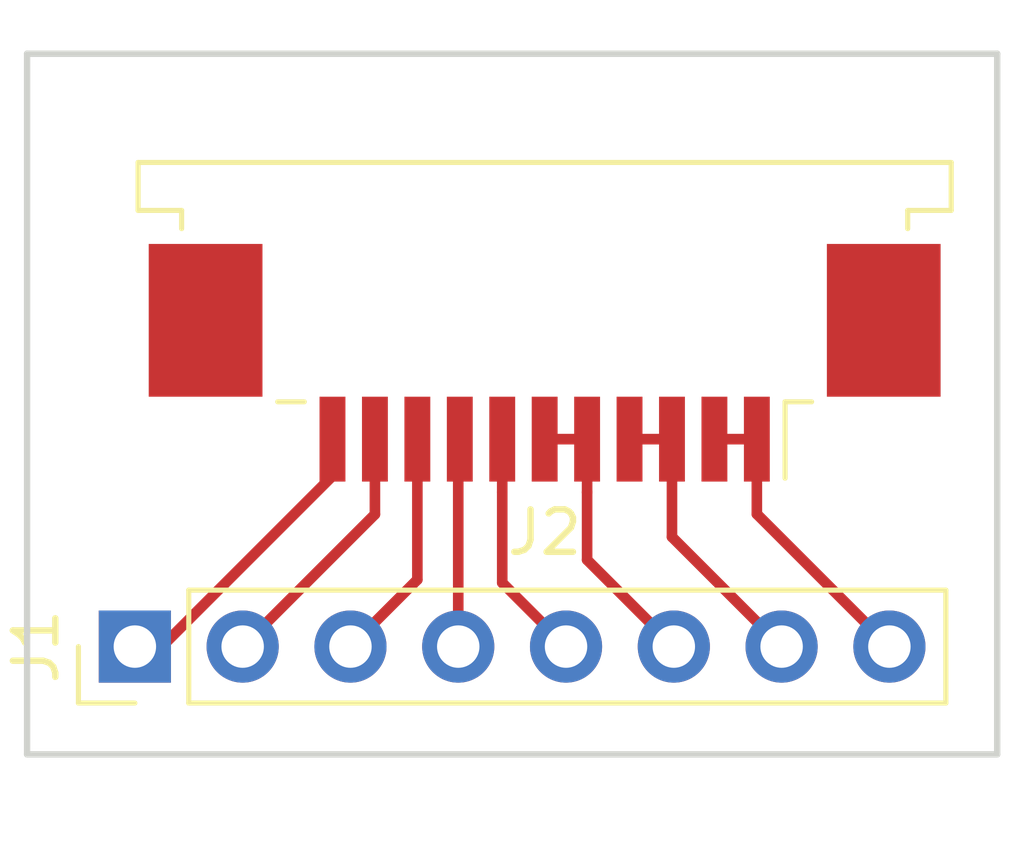
<source format=kicad_pcb>
(kicad_pcb (version 20171130) (host pcbnew "(5.0.2)-1")

  (general
    (thickness 1.6)
    (drawings 4)
    (tracks 22)
    (zones 0)
    (modules 2)
    (nets 9)
  )

  (page A4)
  (layers
    (0 F.Cu signal)
    (31 B.Cu signal)
    (32 B.Adhes user)
    (33 F.Adhes user)
    (34 B.Paste user)
    (35 F.Paste user)
    (36 B.SilkS user)
    (37 F.SilkS user)
    (38 B.Mask user)
    (39 F.Mask user)
    (40 Dwgs.User user)
    (41 Cmts.User user)
    (42 Eco1.User user)
    (43 Eco2.User user)
    (44 Edge.Cuts user)
    (45 Margin user)
    (46 B.CrtYd user)
    (47 F.CrtYd user)
    (48 B.Fab user)
    (49 F.Fab user)
  )

  (setup
    (last_trace_width 0.25)
    (trace_clearance 0.2)
    (zone_clearance 0.508)
    (zone_45_only no)
    (trace_min 0.2)
    (segment_width 0.2)
    (edge_width 0.15)
    (via_size 0.8)
    (via_drill 0.4)
    (via_min_size 0.4)
    (via_min_drill 0.3)
    (uvia_size 0.3)
    (uvia_drill 0.1)
    (uvias_allowed no)
    (uvia_min_size 0.2)
    (uvia_min_drill 0.1)
    (pcb_text_width 0.3)
    (pcb_text_size 1.5 1.5)
    (mod_edge_width 0.15)
    (mod_text_size 1 1)
    (mod_text_width 0.15)
    (pad_size 1.524 1.524)
    (pad_drill 0.762)
    (pad_to_mask_clearance 0.051)
    (solder_mask_min_width 0.25)
    (aux_axis_origin 0 0)
    (visible_elements 7FFFFFFF)
    (pcbplotparams
      (layerselection 0x010f0_ffffffff)
      (usegerberextensions true)
      (usegerberattributes false)
      (usegerberadvancedattributes false)
      (creategerberjobfile false)
      (excludeedgelayer true)
      (linewidth 0.100000)
      (plotframeref false)
      (viasonmask false)
      (mode 1)
      (useauxorigin false)
      (hpglpennumber 1)
      (hpglpenspeed 20)
      (hpglpendiameter 15.000000)
      (psnegative false)
      (psa4output false)
      (plotreference true)
      (plotvalue true)
      (plotinvisibletext false)
      (padsonsilk false)
      (subtractmaskfromsilk false)
      (outputformat 1)
      (mirror false)
      (drillshape 0)
      (scaleselection 1)
      (outputdirectory "MotorBreakoutPlot/"))
  )

  (net 0 "")
  (net 1 "Net-(J1-Pad1)")
  (net 2 "Net-(J1-Pad2)")
  (net 3 "Net-(J1-Pad3)")
  (net 4 "Net-(J1-Pad4)")
  (net 5 "Net-(J1-Pad5)")
  (net 6 "Net-(J1-Pad6)")
  (net 7 "Net-(J1-Pad7)")
  (net 8 "Net-(J1-Pad8)")

  (net_class Default "This is the default net class."
    (clearance 0.2)
    (trace_width 0.25)
    (via_dia 0.8)
    (via_drill 0.4)
    (uvia_dia 0.3)
    (uvia_drill 0.1)
    (add_net "Net-(J1-Pad1)")
    (add_net "Net-(J1-Pad2)")
    (add_net "Net-(J1-Pad3)")
    (add_net "Net-(J1-Pad4)")
    (add_net "Net-(J1-Pad5)")
    (add_net "Net-(J1-Pad6)")
    (add_net "Net-(J1-Pad7)")
    (add_net "Net-(J1-Pad8)")
  )

  (module Connectors_TE-Connectivity:TE_1-84953-1_1x11_P1.0mm_Horizontal (layer F.Cu) (tedit 5A0358B4) (tstamp 5C923638)
    (at 131.576563 79.671781 180)
    (descr "TE FPC connector, 11 top-side contacts, 1.0mm pitch, 1.0mm height, SMT, http://www.te.com/commerce/DocumentDelivery/DDEController?Action=srchrtrv&DocNm=84953&DocType=Customer+Drawing&DocLang=English&DocFormat=pdf&PartCntxt=84953-4")
    (tags "te fpc 84953")
    (path /5C906751)
    (attr smd)
    (fp_text reference J2 (at 0 -4 180) (layer F.SilkS)
      (effects (font (size 1 1) (thickness 0.15)))
    )
    (fp_text value Conn_01x11 (at 0 7.7 180) (layer F.Fab)
      (effects (font (size 1 1) (thickness 0.15)))
    )
    (fp_line (start -8.435 -0.8) (end 8.435 -0.8) (layer F.Fab) (width 0.1))
    (fp_line (start 8.435 -0.8) (end 8.435 3.71) (layer F.Fab) (width 0.1))
    (fp_line (start 8.435 3.71) (end 9.46 3.71) (layer F.Fab) (width 0.1))
    (fp_line (start 9.46 3.71) (end 9.46 4.6) (layer F.Fab) (width 0.1))
    (fp_line (start 9.46 4.6) (end -9.46 4.6) (layer F.Fab) (width 0.1))
    (fp_line (start -9.46 4.6) (end -9.46 3.71) (layer F.Fab) (width 0.1))
    (fp_line (start -9.46 3.71) (end -8.435 3.71) (layer F.Fab) (width 0.1))
    (fp_line (start -8.435 3.71) (end -8.435 -0.8) (layer F.Fab) (width 0.1))
    (fp_line (start -5.5 -0.8) (end -5 0.2) (layer F.Fab) (width 0.1))
    (fp_line (start -5 0.2) (end -4.5 -0.8) (layer F.Fab) (width 0.1))
    (fp_line (start 8.435 4.6) (end 8.435 5.61) (layer F.Fab) (width 0.1))
    (fp_line (start 8.435 5.61) (end 9.46 5.61) (layer F.Fab) (width 0.1))
    (fp_line (start 9.46 5.61) (end 9.46 6.5) (layer F.Fab) (width 0.1))
    (fp_line (start 9.46 6.5) (end -9.46 6.5) (layer F.Fab) (width 0.1))
    (fp_line (start -9.46 6.5) (end -9.46 5.61) (layer F.Fab) (width 0.1))
    (fp_line (start -9.46 5.61) (end -8.435 5.61) (layer F.Fab) (width 0.1))
    (fp_line (start -8.435 5.61) (end -8.435 4.6) (layer F.Fab) (width 0.1))
    (fp_line (start 8.555 3.16) (end 8.555 3.59) (layer F.SilkS) (width 0.12))
    (fp_line (start 8.555 3.59) (end 9.58 3.59) (layer F.SilkS) (width 0.12))
    (fp_line (start 9.58 3.59) (end 9.58 4.72) (layer F.SilkS) (width 0.12))
    (fp_line (start 9.58 4.72) (end -9.58 4.72) (layer F.SilkS) (width 0.12))
    (fp_line (start -9.58 4.72) (end -9.58 3.59) (layer F.SilkS) (width 0.12))
    (fp_line (start -9.58 3.59) (end -8.555 3.59) (layer F.SilkS) (width 0.12))
    (fp_line (start -8.555 3.59) (end -8.555 3.16) (layer F.SilkS) (width 0.12))
    (fp_line (start -6.29 -0.92) (end -5.665 -0.92) (layer F.SilkS) (width 0.12))
    (fp_line (start -5.665 -0.92) (end -5.665 -2.72) (layer F.SilkS) (width 0.12))
    (fp_line (start 5.665 -0.92) (end 6.29 -0.92) (layer F.SilkS) (width 0.12))
    (fp_line (start -9.96 -3.3) (end -9.96 7) (layer F.CrtYd) (width 0.05))
    (fp_line (start -9.96 7) (end 9.96 7) (layer F.CrtYd) (width 0.05))
    (fp_line (start 9.96 7) (end 9.96 -3.3) (layer F.CrtYd) (width 0.05))
    (fp_line (start 9.96 -3.3) (end -9.96 -3.3) (layer F.CrtYd) (width 0.05))
    (fp_text user %R (at 0 1 180) (layer F.Fab)
      (effects (font (size 1 1) (thickness 0.15)))
    )
    (pad 1 smd rect (at -5 -1.8 180) (size 0.61 2) (layers F.Cu F.Paste F.Mask)
      (net 8 "Net-(J1-Pad8)"))
    (pad 2 smd rect (at -4 -1.8 180) (size 0.61 2) (layers F.Cu F.Paste F.Mask)
      (net 8 "Net-(J1-Pad8)"))
    (pad 3 smd rect (at -3 -1.8 180) (size 0.61 2) (layers F.Cu F.Paste F.Mask)
      (net 7 "Net-(J1-Pad7)"))
    (pad 4 smd rect (at -2 -1.8 180) (size 0.61 2) (layers F.Cu F.Paste F.Mask)
      (net 7 "Net-(J1-Pad7)"))
    (pad 5 smd rect (at -1 -1.8 180) (size 0.61 2) (layers F.Cu F.Paste F.Mask)
      (net 6 "Net-(J1-Pad6)"))
    (pad 6 smd rect (at 0 -1.8 180) (size 0.61 2) (layers F.Cu F.Paste F.Mask)
      (net 6 "Net-(J1-Pad6)"))
    (pad 7 smd rect (at 1 -1.8 180) (size 0.61 2) (layers F.Cu F.Paste F.Mask)
      (net 5 "Net-(J1-Pad5)"))
    (pad 8 smd rect (at 2 -1.8 180) (size 0.61 2) (layers F.Cu F.Paste F.Mask)
      (net 4 "Net-(J1-Pad4)"))
    (pad 9 smd rect (at 3 -1.8 180) (size 0.61 2) (layers F.Cu F.Paste F.Mask)
      (net 3 "Net-(J1-Pad3)"))
    (pad 10 smd rect (at 4 -1.8 180) (size 0.61 2) (layers F.Cu F.Paste F.Mask)
      (net 2 "Net-(J1-Pad2)"))
    (pad 11 smd rect (at 5 -1.8 180) (size 0.61 2) (layers F.Cu F.Paste F.Mask)
      (net 1 "Net-(J1-Pad1)"))
    (pad "" smd rect (at -7.99 1 180) (size 2.68 3.6) (layers F.Cu F.Paste F.Mask))
    (pad "" smd rect (at 7.99 1 180) (size 2.68 3.6) (layers F.Cu F.Paste F.Mask))
    (model ${KISYS3DMOD}/Connectors_TE-Connectivity.3dshapes/TE_1-84953-1_1x11_P1.0mm_Horizontal.wrl
      (at (xyz 0 0 0))
      (scale (xyz 1 1 1))
      (rotate (xyz 0 0 0))
    )
  )

  (module Connector_PinHeader_2.54mm:PinHeader_1x08_P2.54mm_Vertical (layer F.Cu) (tedit 59FED5CC) (tstamp 5C9234E9)
    (at 121.92 86.36 90)
    (descr "Through hole straight pin header, 1x08, 2.54mm pitch, single row")
    (tags "Through hole pin header THT 1x08 2.54mm single row")
    (path /5C906817)
    (fp_text reference J1 (at 0 -2.33 90) (layer F.SilkS)
      (effects (font (size 1 1) (thickness 0.15)))
    )
    (fp_text value Conn_01x08 (at 0 20.11 90) (layer F.Fab)
      (effects (font (size 1 1) (thickness 0.15)))
    )
    (fp_line (start -0.635 -1.27) (end 1.27 -1.27) (layer F.Fab) (width 0.1))
    (fp_line (start 1.27 -1.27) (end 1.27 19.05) (layer F.Fab) (width 0.1))
    (fp_line (start 1.27 19.05) (end -1.27 19.05) (layer F.Fab) (width 0.1))
    (fp_line (start -1.27 19.05) (end -1.27 -0.635) (layer F.Fab) (width 0.1))
    (fp_line (start -1.27 -0.635) (end -0.635 -1.27) (layer F.Fab) (width 0.1))
    (fp_line (start -1.33 19.11) (end 1.33 19.11) (layer F.SilkS) (width 0.12))
    (fp_line (start -1.33 1.27) (end -1.33 19.11) (layer F.SilkS) (width 0.12))
    (fp_line (start 1.33 1.27) (end 1.33 19.11) (layer F.SilkS) (width 0.12))
    (fp_line (start -1.33 1.27) (end 1.33 1.27) (layer F.SilkS) (width 0.12))
    (fp_line (start -1.33 0) (end -1.33 -1.33) (layer F.SilkS) (width 0.12))
    (fp_line (start -1.33 -1.33) (end 0 -1.33) (layer F.SilkS) (width 0.12))
    (fp_line (start -1.8 -1.8) (end -1.8 19.55) (layer F.CrtYd) (width 0.05))
    (fp_line (start -1.8 19.55) (end 1.8 19.55) (layer F.CrtYd) (width 0.05))
    (fp_line (start 1.8 19.55) (end 1.8 -1.8) (layer F.CrtYd) (width 0.05))
    (fp_line (start 1.8 -1.8) (end -1.8 -1.8) (layer F.CrtYd) (width 0.05))
    (fp_text user %R (at 0 8.89 180) (layer F.Fab)
      (effects (font (size 1 1) (thickness 0.15)))
    )
    (pad 1 thru_hole rect (at 0 0 90) (size 1.7 1.7) (drill 1) (layers *.Cu *.Mask)
      (net 1 "Net-(J1-Pad1)"))
    (pad 2 thru_hole oval (at 0 2.54 90) (size 1.7 1.7) (drill 1) (layers *.Cu *.Mask)
      (net 2 "Net-(J1-Pad2)"))
    (pad 3 thru_hole oval (at 0 5.08 90) (size 1.7 1.7) (drill 1) (layers *.Cu *.Mask)
      (net 3 "Net-(J1-Pad3)"))
    (pad 4 thru_hole oval (at 0 7.62 90) (size 1.7 1.7) (drill 1) (layers *.Cu *.Mask)
      (net 4 "Net-(J1-Pad4)"))
    (pad 5 thru_hole oval (at 0 10.16 90) (size 1.7 1.7) (drill 1) (layers *.Cu *.Mask)
      (net 5 "Net-(J1-Pad5)"))
    (pad 6 thru_hole oval (at 0 12.7 90) (size 1.7 1.7) (drill 1) (layers *.Cu *.Mask)
      (net 6 "Net-(J1-Pad6)"))
    (pad 7 thru_hole oval (at 0 15.24 90) (size 1.7 1.7) (drill 1) (layers *.Cu *.Mask)
      (net 7 "Net-(J1-Pad7)"))
    (pad 8 thru_hole oval (at 0 17.78 90) (size 1.7 1.7) (drill 1) (layers *.Cu *.Mask)
      (net 8 "Net-(J1-Pad8)"))
    (model ${KISYS3DMOD}/Connector_PinHeader_2.54mm.3dshapes/PinHeader_1x08_P2.54mm_Vertical.wrl
      (at (xyz 0 0 0))
      (scale (xyz 1 1 1))
      (rotate (xyz 0 0 0))
    )
  )

  (gr_line (start 142.24 72.39) (end 142.24 88.9) (layer Edge.Cuts) (width 0.15))
  (gr_line (start 119.38 72.39) (end 119.38 88.9) (layer Edge.Cuts) (width 0.15))
  (gr_line (start 119.38 72.39) (end 142.24 72.39) (layer Edge.Cuts) (width 0.15))
  (gr_line (start 142.24 88.9) (end 119.38 88.9) (layer Edge.Cuts) (width 0.15))

  (segment (start 126.576563 82.338437) (end 126.576563 81.471781) (width 0.25) (layer F.Cu) (net 1))
  (segment (start 121.92 86.36) (end 122.555 86.36) (width 0.25) (layer F.Cu) (net 1))
  (segment (start 122.555 86.36) (end 126.576563 82.338437) (width 0.25) (layer F.Cu) (net 1))
  (segment (start 127.576563 83.243437) (end 127.576563 81.471781) (width 0.25) (layer F.Cu) (net 2))
  (segment (start 124.46 86.36) (end 127.576563 83.243437) (width 0.25) (layer F.Cu) (net 2))
  (segment (start 128.576563 84.783437) (end 128.576563 81.471781) (width 0.25) (layer F.Cu) (net 3))
  (segment (start 127 86.36) (end 128.576563 84.783437) (width 0.25) (layer F.Cu) (net 3))
  (segment (start 129.54 81.508344) (end 129.576563 81.471781) (width 0.25) (layer F.Cu) (net 4))
  (segment (start 129.54 86.36) (end 129.54 81.508344) (width 0.25) (layer F.Cu) (net 4))
  (segment (start 130.576563 82.721781) (end 130.576563 81.471781) (width 0.25) (layer F.Cu) (net 5))
  (segment (start 132.08 86.36) (end 130.576563 84.856563) (width 0.25) (layer F.Cu) (net 5))
  (segment (start 130.576563 84.856563) (end 130.576563 82.721781) (width 0.25) (layer F.Cu) (net 5))
  (segment (start 132.576563 81.471781) (end 131.576563 81.471781) (width 0.25) (layer F.Cu) (net 6))
  (segment (start 132.576563 82.721781) (end 132.576563 81.471781) (width 0.25) (layer F.Cu) (net 6))
  (segment (start 134.62 86.36) (end 132.576563 84.316563) (width 0.25) (layer F.Cu) (net 6))
  (segment (start 132.576563 84.316563) (end 132.576563 82.721781) (width 0.25) (layer F.Cu) (net 6))
  (segment (start 134.576563 83.776563) (end 134.576563 81.471781) (width 0.25) (layer F.Cu) (net 7))
  (segment (start 137.16 86.36) (end 134.576563 83.776563) (width 0.25) (layer F.Cu) (net 7))
  (segment (start 134.576563 81.471781) (end 133.576563 81.471781) (width 0.25) (layer F.Cu) (net 7))
  (segment (start 136.576563 81.471781) (end 135.576563 81.471781) (width 0.25) (layer F.Cu) (net 8))
  (segment (start 136.576563 83.236563) (end 136.576563 81.471781) (width 0.25) (layer F.Cu) (net 8))
  (segment (start 139.7 86.36) (end 136.576563 83.236563) (width 0.25) (layer F.Cu) (net 8))

)

</source>
